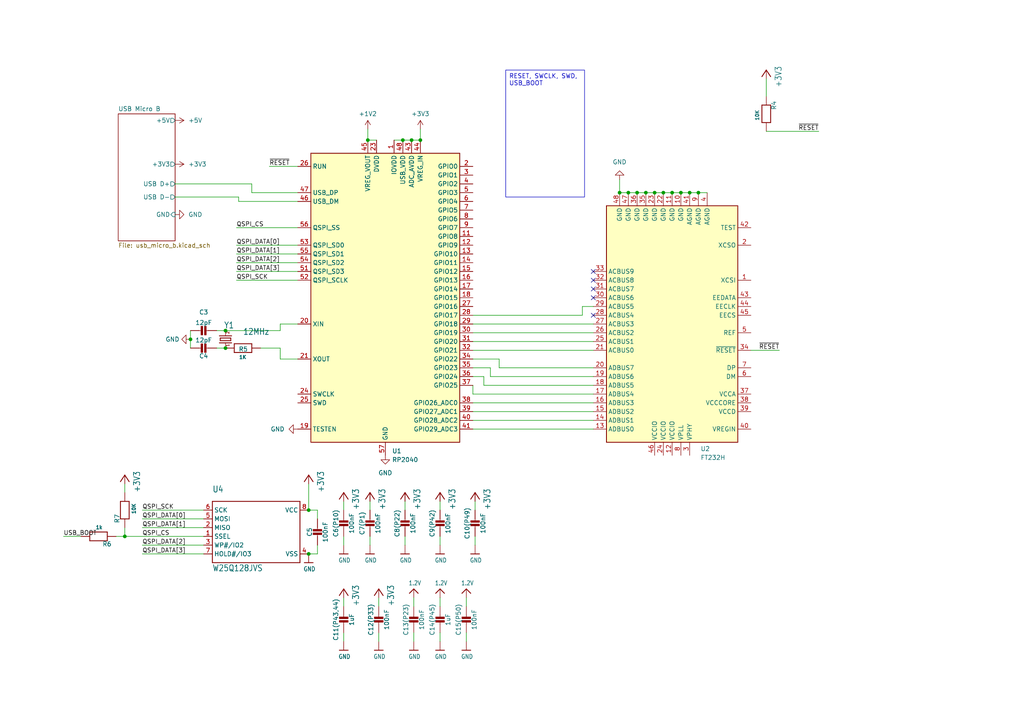
<source format=kicad_sch>
(kicad_sch (version 20230121) (generator eeschema)
  (paper "A4")
  (lib_symbols
    (symbol "Interface_USB:FT232H"
      (property "Reference" "U" (at -19.05 35.56 0))
      (property "Value" "FT232H" (at 12.7 35.56 0))
      (symbol "FT232H_0_1"
        (rectangle (start -19.05 34.29) (end 19.05 -34.29) (stroke (width 0.254)) (fill (type background)))
      )
      (symbol "FT232H_1_1"
        (pin input line (at -22.86 -12.7 0) (length 3.81) (name "XCSI") (number "1"))
        (pin power_in line (at -2.54 -38.1 90) (length 3.81) (name "GND") (number "10"))
        (pin power_in line (at 0 -38.1 90) (length 3.81) (name "GND") (number "11"))
        (pin power_in line (at 0 38.1 270) (length 3.81) (name "VCCIO") (number "12"))
        (pin bidirectional line (at 22.86 30.48 180) (length 3.81) (name "ADBUS0") (number "13"))
        (pin bidirectional line (at 22.86 27.94 180) (length 3.81) (name "ADBUS1") (number "14"))
        (pin bidirectional line (at 22.86 25.4 180) (length 3.81) (name "ADBUS2") (number "15"))
        (pin bidirectional line (at 22.86 22.86 180) (length 3.81) (name "ADBUS3") (number "16"))
        (pin bidirectional line (at 22.86 20.32 180) (length 3.81) (name "ADBUS4") (number "17"))
        (pin bidirectional line (at 22.86 17.78 180) (length 3.81) (name "ADBUS5") (number "18"))
        (pin bidirectional line (at 22.86 15.24 180) (length 3.81) (name "ADBUS6") (number "19"))
        (pin output line (at -22.86 -22.86 0) (length 3.81) (name "XCSO") (number "2"))
        (pin bidirectional line (at 22.86 12.7 180) (length 3.81) (name "ADBUS7") (number "20"))
        (pin bidirectional line (at 22.86 7.62 180) (length 3.81) (name "ACBUS0") (number "21"))
        (pin power_in line (at 2.54 -38.1 90) (length 3.81) (name "GND") (number "22"))
        (pin power_in line (at 5.08 -38.1 90) (length 3.81) (name "GND") (number "23"))
        (pin power_in line (at 2.54 38.1 270) (length 3.81) (name "VCCIO") (number "24"))
        (pin bidirectional line (at 22.86 5.08 180) (length 3.81) (name "ACBUS1") (number "25"))
        (pin bidirectional line (at 22.86 2.54 180) (length 3.81) (name "ACBUS2") (number "26"))
        (pin bidirectional line (at 22.86 0 180) (length 3.81) (name "ACBUS3") (number "27"))
        (pin bidirectional line (at 22.86 -2.54 180) (length 3.81) (name "ACBUS4") (number "28"))
        (pin bidirectional line (at 22.86 -5.08 180) (length 3.81) (name "ACBUS5") (number "29"))
        (pin power_in line (at -5.08 38.1 270) (length 3.81) (name "VPHY") (number "3"))
        (pin bidirectional line (at 22.86 -7.62 180) (length 3.81) (name "ACBUS6") (number "30"))
        (pin bidirectional line (at 22.86 -10.16 180) (length 3.81) (name "ACBUS7") (number "31"))
        (pin bidirectional line (at 22.86 -12.7 180) (length 3.81) (name "ACBUS8") (number "32"))
        (pin bidirectional line (at 22.86 -15.24 180) (length 3.81) (name "ACBUS9") (number "33"))
        (pin input line (at -22.86 7.62 0) (length 3.81) (name "~{RESET}") (number "34"))
        (pin power_in line (at 7.62 -38.1 90) (length 3.81) (name "GND") (number "35"))
        (pin power_in line (at 10.16 -38.1 90) (length 3.81) (name "GND") (number "36"))
        (pin power_out line (at -22.86 20.32 0) (length 3.81) (name "VCCA") (number "37"))
        (pin power_out line (at -22.86 22.86 0) (length 3.81) (name "VCCCORE") (number "38"))
        (pin power_in line (at -22.86 25.4 0) (length 3.81) (name "VCCD") (number "39"))
        (pin power_in line (at -10.16 -38.1 90) (length 3.81) (name "AGND") (number "4"))
        (pin power_in line (at -22.86 30.48 0) (length 3.81) (name "VREGIN") (number "40"))
        (pin power_in line (at -5.08 -38.1 90) (length 3.81) (name "AGND") (number "41"))
        (pin input line (at -22.86 -27.94 0) (length 3.81) (name "TEST") (number "42"))
        (pin bidirectional line (at -22.86 -7.62 0) (length 3.81) (name "EEDATA") (number "43"))
        (pin input line (at -22.86 -5.08 0) (length 3.81) (name "EECLK") (number "44"))
        (pin input line (at -22.86 -2.54 0) (length 3.81) (name "EECS") (number "45"))
        (pin power_in line (at 5.08 38.1 270) (length 3.81) (name "VCCIO") (number "46"))
        (pin power_in line (at 12.7 -38.1 90) (length 3.81) (name "GND") (number "47"))
        (pin power_in line (at 15.24 -38.1 90) (length 3.81) (name "GND") (number "48"))
        (pin input line (at -22.86 2.54 0) (length 3.81) (name "REF") (number "5"))
        (pin bidirectional line (at -22.86 15.24 0) (length 3.81) (name "DM") (number "6"))
        (pin bidirectional line (at -22.86 12.7 0) (length 3.81) (name "DP") (number "7"))
        (pin power_in line (at -2.54 38.1 270) (length 3.81) (name "VPLL") (number "8"))
        (pin power_in line (at -7.62 -38.1 90) (length 3.81) (name "AGND") (number "9"))
      )
    )
    (symbol "MCU_RaspberryPi:RP2040"
      (property "Reference" "U" (at 17.78 45.72 0))
      (property "Value" "RP2040" (at 17.78 43.18 0))
      (symbol "RP2040_0_1"
        (rectangle (start -21.59 41.91) (end 21.59 -41.91) (stroke (width 0.254)) (fill (type background)))
      )
      (symbol "RP2040_1_1"
        (pin power_in line (at 2.54 45.72 270) (length 3.81) (name "IOVDD") (number "1"))
        (pin passive line (at 2.54 45.72 270) (length 3.81) hide (name "IOVDD") (number "10"))
        (pin bidirectional line (at 25.4 17.78 180) (length 3.81) (name "GPIO8") (number "11"))
        (pin bidirectional line (at 25.4 15.24 180) (length 3.81) (name "GPIO9") (number "12"))
        (pin bidirectional line (at 25.4 12.7 180) (length 3.81) (name "GPIO10") (number "13"))
        (pin bidirectional line (at 25.4 10.16 180) (length 3.81) (name "GPIO11") (number "14"))
        (pin bidirectional line (at 25.4 7.62 180) (length 3.81) (name "GPIO12") (number "15"))
        (pin bidirectional line (at 25.4 5.08 180) (length 3.81) (name "GPIO13") (number "16"))
        (pin bidirectional line (at 25.4 2.54 180) (length 3.81) (name "GPIO14") (number "17"))
        (pin bidirectional line (at 25.4 0 180) (length 3.81) (name "GPIO15") (number "18"))
        (pin input line (at -25.4 -38.1 0) (length 3.81) (name "TESTEN") (number "19"))
        (pin bidirectional line (at 25.4 38.1 180) (length 3.81) (name "GPIO0") (number "2"))
        (pin input line (at -25.4 -7.62 0) (length 3.81) (name "XIN") (number "20"))
        (pin passive line (at -25.4 -17.78 0) (length 3.81) (name "XOUT") (number "21"))
        (pin passive line (at 2.54 45.72 270) (length 3.81) hide (name "IOVDD") (number "22"))
        (pin power_in line (at -2.54 45.72 270) (length 3.81) (name "DVDD") (number "23"))
        (pin input line (at -25.4 -27.94 0) (length 3.81) (name "SWCLK") (number "24"))
        (pin bidirectional line (at -25.4 -30.48 0) (length 3.81) (name "SWD") (number "25"))
        (pin input line (at -25.4 38.1 0) (length 3.81) (name "RUN") (number "26"))
        (pin bidirectional line (at 25.4 -2.54 180) (length 3.81) (name "GPIO16") (number "27"))
        (pin bidirectional line (at 25.4 -5.08 180) (length 3.81) (name "GPIO17") (number "28"))
        (pin bidirectional line (at 25.4 -7.62 180) (length 3.81) (name "GPIO18") (number "29"))
        (pin bidirectional line (at 25.4 35.56 180) (length 3.81) (name "GPIO1") (number "3"))
        (pin bidirectional line (at 25.4 -10.16 180) (length 3.81) (name "GPIO19") (number "30"))
        (pin bidirectional line (at 25.4 -12.7 180) (length 3.81) (name "GPIO20") (number "31"))
        (pin bidirectional line (at 25.4 -15.24 180) (length 3.81) (name "GPIO21") (number "32"))
        (pin passive line (at 2.54 45.72 270) (length 3.81) hide (name "IOVDD") (number "33"))
        (pin bidirectional line (at 25.4 -17.78 180) (length 3.81) (name "GPIO22") (number "34"))
        (pin bidirectional line (at 25.4 -20.32 180) (length 3.81) (name "GPIO23") (number "35"))
        (pin bidirectional line (at 25.4 -22.86 180) (length 3.81) (name "GPIO24") (number "36"))
        (pin bidirectional line (at 25.4 -25.4 180) (length 3.81) (name "GPIO25") (number "37"))
        (pin bidirectional line (at 25.4 -30.48 180) (length 3.81) (name "GPIO26_ADC0") (number "38"))
        (pin bidirectional line (at 25.4 -33.02 180) (length 3.81) (name "GPIO27_ADC1") (number "39"))
        (pin bidirectional line (at 25.4 33.02 180) (length 3.81) (name "GPIO2") (number "4"))
        (pin bidirectional line (at 25.4 -35.56 180) (length 3.81) (name "GPIO28_ADC2") (number "40"))
        (pin bidirectional line (at 25.4 -38.1 180) (length 3.81) (name "GPIO29_ADC3") (number "41"))
        (pin passive line (at 2.54 45.72 270) (length 3.81) hide (name "IOVDD") (number "42"))
        (pin power_in line (at 7.62 45.72 270) (length 3.81) (name "ADC_AVDD") (number "43"))
        (pin power_in line (at 10.16 45.72 270) (length 3.81) (name "VREG_IN") (number "44"))
        (pin power_out line (at -5.08 45.72 270) (length 3.81) (name "VREG_VOUT") (number "45"))
        (pin bidirectional line (at -25.4 27.94 0) (length 3.81) (name "USB_DM") (number "46"))
        (pin bidirectional line (at -25.4 30.48 0) (length 3.81) (name "USB_DP") (number "47"))
        (pin power_in line (at 5.08 45.72 270) (length 3.81) (name "USB_VDD") (number "48"))
        (pin passive line (at 2.54 45.72 270) (length 3.81) hide (name "IOVDD") (number "49"))
        (pin bidirectional line (at 25.4 30.48 180) (length 3.81) (name "GPIO3") (number "5"))
        (pin passive line (at -2.54 45.72 270) (length 3.81) hide (name "DVDD") (number "50"))
        (pin bidirectional line (at -25.4 7.62 0) (length 3.81) (name "QSPI_SD3") (number "51"))
        (pin output line (at -25.4 5.08 0) (length 3.81) (name "QSPI_SCLK") (number "52"))
        (pin bidirectional line (at -25.4 15.24 0) (length 3.81) (name "QSPI_SD0") (number "53"))
        (pin bidirectional line (at -25.4 10.16 0) (length 3.81) (name "QSPI_SD2") (number "54"))
        (pin bidirectional line (at -25.4 12.7 0) (length 3.81) (name "QSPI_SD1") (number "55"))
        (pin bidirectional line (at -25.4 20.32 0) (length 3.81) (name "QSPI_SS") (number "56"))
        (pin power_in line (at 0 -45.72 90) (length 3.81) (name "GND") (number "57"))
        (pin bidirectional line (at 25.4 27.94 180) (length 3.81) (name "GPIO4") (number "6"))
        (pin bidirectional line (at 25.4 25.4 180) (length 3.81) (name "GPIO5") (number "7"))
        (pin bidirectional line (at 25.4 22.86 180) (length 3.81) (name "GPIO6") (number "8"))
        (pin bidirectional line (at 25.4 20.32 180) (length 3.81) (name "GPIO7") (number "9"))
      )
    )
    (symbol "RP2040Breakout-eagle-import:+3V3" (power)
      (property "Value" "+3V3" (at -2.54 -5.08 90))
      (symbol "+3V3_1_0"
        (polyline (pts (xy 0 0) (xy -1.27 -1.905)) (stroke (width 0.254)))
        (polyline (pts (xy 1.27 -1.905) (xy 0 0)) (stroke (width 0.254)))
        (pin power_in line (at 0 -2.54 90) (length 2.54) (name "+3V3") (number "1"))
      )
    )
    (symbol "RP2040Breakout-eagle-import:1.2V" (power)
      (property "Value" "1.2V" (at -1.524 1.016 0))
      (symbol "1.2V_1_0"
        (polyline (pts (xy -1.27 -1.27) (xy 0 0)) (stroke (width 0.254)))
        (polyline (pts (xy 0 0) (xy 1.27 -1.27)) (stroke (width 0.254)))
        (pin power_in line (at 0 -2.54 90) (length 2.54) (name "1.2V") (number "1"))
      )
    )
    (symbol "RP2040Breakout-eagle-import:CAP_CERAMIC_0402NO"
      (property "Reference" "C" (at -2.29 1.25 90))
      (symbol "CAP_CERAMIC_0402NO_1_0"
        (rectangle (start -1.27 0.508) (end 1.27 1.016) (fill (type outline)))
        (rectangle (start -1.27 1.524) (end 1.27 2.032) (fill (type outline)))
        (polyline (pts (xy 0 0.762) (xy 0 0)) (stroke (width 0.1524)))
        (polyline (pts (xy 0 2.54) (xy 0 1.778)) (stroke (width 0.1524)))
        (pin passive line (at 0 5.08 270) (length 2.54) (name "1") (number "1"))
        (pin passive line (at 0 -2.54 90) (length 2.54) (name "2") (number "2"))
      )
    )
    (symbol "RP2040Breakout-eagle-import:CRYSTALCRYSTAL-SMD-5X3-12MHZ"
      (property "Reference" "Y" (at 2.54 1.016 0))
      (symbol "CRYSTALCRYSTAL-SMD-5X3-12MHZ_1_0"
        (polyline (pts (xy -2.54 0) (xy -1.016 0)) (stroke (width 0.1524)))
        (polyline (pts (xy -1.016 1.778) (xy -1.016 -1.778)) (stroke (width 0.254)))
        (polyline (pts (xy -0.381 -1.524) (xy 0.381 -1.524)) (stroke (width 0.254)))
        (polyline (pts (xy -0.381 1.524) (xy -0.381 -1.524)) (stroke (width 0.254)))
        (polyline (pts (xy 0.381 -1.524) (xy 0.381 1.524)) (stroke (width 0.254)))
        (polyline (pts (xy 0.381 1.524) (xy -0.381 1.524)) (stroke (width 0.254)))
        (polyline (pts (xy 1.016 0) (xy 2.54 0)) (stroke (width 0.1524)))
        (polyline (pts (xy 1.016 1.778) (xy 1.016 -1.778)) (stroke (width 0.254)))
        (text "1" (at -2.159 -1.143 0) (effects (font (size 0.8636 0.734)) (justify left bottom)))
        (text "2" (at 1.524 -1.143 0) (effects (font (size 0.8636 0.734)) (justify left bottom)))
        (pin passive line (at -2.54 0 0) (length 0) (name "1") (number "1"))
        (pin passive line (at 2.54 0 180) (length 0) (name "2") (number "3"))
      )
    )
    (symbol "RP2040Breakout-eagle-import:GND" (power)
      (property "Value" "GND" (at -1.524 -2.54 0))
      (symbol "GND_1_0"
        (polyline (pts (xy -1.27 0) (xy 1.27 0)) (stroke (width 0.254)))
        (pin power_in line (at 0 2.54 270) (length 2.54) (name "GND") (number "1"))
      )
    )
    (symbol "RP2040Breakout-eagle-import:RESISTOR_0402NO"
      (property "Reference" "R" (at 0 2.54 0))
      (symbol "RESISTOR_0402NO_1_0"
        (polyline (pts (xy -2.54 -1.27) (xy -2.54 1.27)) (stroke (width 0.254)))
        (polyline (pts (xy -2.54 1.27) (xy 2.54 1.27)) (stroke (width 0.254)))
        (polyline (pts (xy 2.54 -1.27) (xy -2.54 -1.27)) (stroke (width 0.254)))
        (polyline (pts (xy 2.54 1.27) (xy 2.54 -1.27)) (stroke (width 0.254)))
        (pin passive line (at -5.08 0 0) (length 2.54) (name "1") (number "1"))
        (pin passive line (at 5.08 0 180) (length 2.54) (name "2") (number "2"))
      )
    )
    (symbol "RP2040Breakout-eagle-import:SPIFLASH_8PIN208MIL"
      (property "Reference" "U" (at -12.7 12.7 0))
      (symbol "SPIFLASH_8PIN208MIL_1_0"
        (polyline (pts (xy -12.7 -7.62) (xy -12.7 10.16)) (stroke (width 0.254)))
        (polyline (pts (xy -12.7 10.16) (xy 12.7 10.16)) (stroke (width 0.254)))
        (polyline (pts (xy 12.7 -7.62) (xy -12.7 -7.62)) (stroke (width 0.254)))
        (polyline (pts (xy 12.7 10.16) (xy 12.7 -7.62)) (stroke (width 0.254)))
        (pin bidirectional line (at -15.24 0 0) (length 2.54) (name "SSEL") (number "1"))
        (pin bidirectional line (at -15.24 2.54 0) (length 2.54) (name "MISO") (number "2"))
        (pin bidirectional line (at -15.24 -2.54 0) (length 2.54) (name "WP#/IO2") (number "3"))
        (pin bidirectional line (at 15.24 -5.08 180) (length 2.54) (name "VSS") (number "4"))
        (pin bidirectional line (at -15.24 5.08 0) (length 2.54) (name "MOSI") (number "5"))
        (pin bidirectional line (at -15.24 7.62 0) (length 2.54) (name "SCK") (number "6"))
        (pin bidirectional line (at -15.24 -5.08 0) (length 2.54) (name "HOLD#/IO3") (number "7"))
        (pin bidirectional line (at 15.24 7.62 180) (length 2.54) (name "VCC") (number "8"))
      )
    )
    (symbol "power:+1V2" (power) (pin_names (offset 0))
      (property "Value" "+1V2" (at 0 3.556 0))
      (symbol "+1V2_0_1"
        (polyline (pts (xy -0.762 1.27) (xy 0 2.54)))
        (polyline (pts (xy 0 0) (xy 0 2.54)))
        (polyline (pts (xy 0 2.54) (xy 0.762 1.27)))
      )
      (symbol "+1V2_1_1"
        (pin power_in line (at 0 0 90) (length 0) hide (name "+1V2") (number "1"))
      )
    )
    (symbol "power:+3V3" (power) (pin_names (offset 0))
      (property "Value" "+3V3" (at 0 3.556 0))
      (symbol "+3V3_0_1"
        (polyline (pts (xy -0.762 1.27) (xy 0 2.54)))
        (polyline (pts (xy 0 0) (xy 0 2.54)))
        (polyline (pts (xy 0 2.54) (xy 0.762 1.27)))
      )
      (symbol "+3V3_1_1"
        (pin power_in line (at 0 0 90) (length 0) hide (name "+3V3") (number "1"))
      )
    )
    (symbol "power:+5V" (power) (pin_names (offset 0))
      (property "Value" "+5V" (at 0 3.556 0))
      (symbol "+5V_0_1"
        (polyline (pts (xy -0.762 1.27) (xy 0 2.54)))
        (polyline (pts (xy 0 0) (xy 0 2.54)))
        (polyline (pts (xy 0 2.54) (xy 0.762 1.27)))
      )
      (symbol "+5V_1_1"
        (pin power_in line (at 0 0 90) (length 0) hide (name "+5V") (number "1"))
      )
    )
    (symbol "power:GND" (power) (pin_names (offset 0))
      (property "Value" "GND" (at 0 -3.81 0))
      (symbol "GND_0_1"
        (polyline (pts (xy 0 0) (xy 0 -1.27) (xy 1.27 -1.27) (xy 0 -2.54) (xy -1.27 -1.27) (xy 0 -1.27)))
      )
      (symbol "GND_1_1"
        (pin power_in line (at 0 0 270) (length 0) hide (name "GND") (number "1"))
      )
    )
  )
  (junction (at 36.195 155.575))
  (junction (at 116.84 40.64))
  (junction (at 200.025 55.88))
  (junction (at 192.405 55.88))
  (junction (at 187.325 55.88))
  (junction (at 89.535 160.655))
  (junction (at 89.535 147.955))
  (junction (at 202.565 55.88))
  (junction (at 182.245 55.88))
  (junction (at 189.865 55.88))
  (junction (at 65.405 95.885))
  (junction (at 121.92 40.64))
  (junction (at 197.485 55.88))
  (junction (at 194.945 55.88))
  (junction (at 179.705 55.88))
  (junction (at 106.68 40.64))
  (junction (at 184.785 55.88))
  (junction (at 65.405 100.965))
  (junction (at 55.245 98.425))
  (junction (at 119.38 40.64))
  (no_connect (at 172.085 81.28))
  (no_connect (at 172.085 91.44))
  (no_connect (at 172.085 86.36))
  (no_connect (at 172.085 78.74))
  (no_connect (at 172.085 83.82))
  (wire (pts (xy 200.025 55.88) (xy 202.565 55.88)))
  (wire (pts (xy 137.795 145.415) (xy 137.795 147.955)) (stroke (width 0.1524)))
  (wire (pts (xy 121.92 37.465) (xy 121.92 40.64)))
  (wire (pts (xy 135.255 173.355) (xy 135.255 175.895)) (stroke (width 0.1524)))
  (wire (pts (xy 137.16 119.38) (xy 172.085 119.38)))
  (wire (pts (xy 99.695 145.415) (xy 99.695 147.955)) (stroke (width 0.1524)))
  (wire (pts (xy 179.705 55.88) (xy 182.245 55.88)))
  (wire (pts (xy 59.055 153.035) (xy 41.275 153.035)) (stroke (width 0.1524)))
  (wire (pts (xy 142.24 106.68) (xy 142.24 109.22)))
  (wire (pts (xy 73.025 53.34) (xy 73.025 55.88)))
  (wire (pts (xy 106.68 37.465) (xy 106.68 40.64)))
  (wire (pts (xy 36.195 155.575) (xy 59.055 155.575)) (stroke (width 0.1524)))
  (wire (pts (xy 137.16 93.98) (xy 172.085 93.98)))
  (wire (pts (xy 68.58 73.66) (xy 86.36 73.66)) (stroke (width 0.1524)))
  (wire (pts (xy 114.3 40.64) (xy 116.84 40.64)))
  (wire (pts (xy 92.075 147.955) (xy 92.075 150.495)) (stroke (width 0.1524)))
  (wire (pts (xy 120.015 173.355) (xy 120.015 175.895)) (stroke (width 0.1524)))
  (wire (pts (xy 36.195 140.335) (xy 36.195 142.875)) (stroke (width 0.1524)))
  (wire (pts (xy 50.8 57.15) (xy 69.215 57.15)))
  (wire (pts (xy 137.16 101.6) (xy 172.085 101.6)))
  (wire (pts (xy 120.015 183.515) (xy 120.015 186.055)) (stroke (width 0.1524)))
  (wire (pts (xy 187.325 55.88) (xy 189.865 55.88)))
  (wire (pts (xy 116.84 40.64) (xy 119.38 40.64)))
  (wire (pts (xy 92.075 158.115) (xy 92.075 160.655)) (stroke (width 0.1524)))
  (wire (pts (xy 142.24 109.22) (xy 172.085 109.22)))
  (wire (pts (xy 137.16 96.52) (xy 172.085 96.52)))
  (wire (pts (xy 222.25 22.86) (xy 222.25 27.94)) (stroke (width 0.1524)))
  (wire (pts (xy 89.535 147.955) (xy 92.075 147.955)) (stroke (width 0.1524)))
  (wire (pts (xy 137.795 155.575) (xy 137.795 158.115)) (stroke (width 0.1524)))
  (wire (pts (xy 168.91 88.9) (xy 168.91 91.44)))
  (wire (pts (xy 137.16 114.3) (xy 172.085 114.3)))
  (wire (pts (xy 127.635 173.355) (xy 127.635 175.895)) (stroke (width 0.1524)))
  (wire (pts (xy 89.535 140.335) (xy 89.535 147.955)) (stroke (width 0.1524)))
  (wire (pts (xy 23.495 155.575) (xy 18.415 155.575)) (stroke (width 0.1524)))
  (wire (pts (xy 68.58 66.04) (xy 86.36 66.04)))
  (wire (pts (xy 137.16 106.68) (xy 142.24 106.68)))
  (wire (pts (xy 62.865 100.965) (xy 65.405 100.965)) (stroke (width 0.1524)))
  (wire (pts (xy 179.705 52.07) (xy 179.705 55.88)))
  (wire (pts (xy 65.405 95.885) (xy 81.28 95.885)))
  (wire (pts (xy 55.245 95.885) (xy 55.245 98.425)) (stroke (width 0.1524)))
  (wire (pts (xy 81.28 95.885) (xy 81.28 93.98)))
  (wire (pts (xy 68.58 78.74) (xy 86.36 78.74)) (stroke (width 0.1524)))
  (wire (pts (xy 109.855 183.515) (xy 109.855 186.055)) (stroke (width 0.1524)))
  (wire (pts (xy 81.28 93.98) (xy 86.36 93.98)))
  (wire (pts (xy 75.565 100.965) (xy 81.28 100.965)))
  (wire (pts (xy 55.245 98.425) (xy 55.245 100.965)) (stroke (width 0.1524)))
  (wire (pts (xy 137.16 104.14) (xy 144.78 104.14)))
  (wire (pts (xy 68.58 71.12) (xy 86.36 71.12)) (stroke (width 0.1524)))
  (wire (pts (xy 117.475 145.415) (xy 117.475 147.955)) (stroke (width 0.1524)))
  (wire (pts (xy 41.275 150.495) (xy 59.055 150.495)) (stroke (width 0.1524)))
  (wire (pts (xy 99.695 173.355) (xy 99.695 175.895)) (stroke (width 0.1524)))
  (wire (pts (xy 172.085 88.9) (xy 168.91 88.9)))
  (wire (pts (xy 86.36 48.26) (xy 78.105 48.26)))
  (wire (pts (xy 50.8 53.34) (xy 73.025 53.34)))
  (wire (pts (xy 59.055 147.955) (xy 41.275 147.955)) (stroke (width 0.1524)))
  (wire (pts (xy 137.16 124.46) (xy 172.085 124.46)))
  (wire (pts (xy 33.655 155.575) (xy 36.195 155.575)) (stroke (width 0.1524)))
  (wire (pts (xy 202.565 55.88) (xy 205.105 55.88)))
  (wire (pts (xy 69.215 57.15) (xy 69.215 58.42)))
  (wire (pts (xy 119.38 40.64) (xy 121.92 40.64)))
  (wire (pts (xy 92.075 160.655) (xy 89.535 160.655)) (stroke (width 0.1524)))
  (wire (pts (xy 99.695 183.515) (xy 99.695 186.055)) (stroke (width 0.1524)))
  (wire (pts (xy 41.275 160.655) (xy 59.055 160.655)) (stroke (width 0.1524)))
  (wire (pts (xy 144.78 104.14) (xy 144.78 106.68)))
  (wire (pts (xy 137.16 109.22) (xy 140.335 109.22)))
  (wire (pts (xy 192.405 55.88) (xy 194.945 55.88)))
  (wire (pts (xy 168.91 91.44) (xy 137.16 91.44)))
  (wire (pts (xy 127.635 183.515) (xy 127.635 186.055)) (stroke (width 0.1524)))
  (wire (pts (xy 217.805 101.6) (xy 226.06 101.6)))
  (wire (pts (xy 189.865 55.88) (xy 192.405 55.88)))
  (wire (pts (xy 68.58 76.2) (xy 86.36 76.2)) (stroke (width 0.1524)))
  (wire (pts (xy 222.25 38.1) (xy 237.49 38.1)))
  (wire (pts (xy 59.055 158.115) (xy 41.275 158.115)) (stroke (width 0.1524)))
  (wire (pts (xy 73.025 55.88) (xy 86.36 55.88)))
  (wire (pts (xy 140.335 109.22) (xy 140.335 111.76)))
  (wire (pts (xy 137.16 116.84) (xy 172.085 116.84)))
  (wire (pts (xy 117.475 155.575) (xy 117.475 158.115)) (stroke (width 0.1524)))
  (wire (pts (xy 81.28 104.14) (xy 86.36 104.14)))
  (wire (pts (xy 127.635 145.415) (xy 127.635 147.955)) (stroke (width 0.1524)))
  (wire (pts (xy 194.945 55.88) (xy 197.485 55.88)))
  (wire (pts (xy 144.78 106.68) (xy 172.085 106.68)))
  (wire (pts (xy 127.635 155.575) (xy 127.635 158.115)) (stroke (width 0.1524)))
  (wire (pts (xy 106.68 40.64) (xy 109.22 40.64)))
  (wire (pts (xy 109.855 173.355) (xy 109.855 175.895)) (stroke (width 0.1524)))
  (wire (pts (xy 36.195 153.035) (xy 36.195 155.575)) (stroke (width 0.1524)))
  (wire (pts (xy 107.315 145.415) (xy 107.315 147.955)) (stroke (width 0.1524)))
  (wire (pts (xy 137.16 99.06) (xy 172.085 99.06)))
  (wire (pts (xy 68.58 81.28) (xy 86.36 81.28)))
  (wire (pts (xy 81.28 100.965) (xy 81.28 104.14)))
  (wire (pts (xy 184.785 55.88) (xy 187.325 55.88)))
  (wire (pts (xy 107.315 155.575) (xy 107.315 158.115)) (stroke (width 0.1524)))
  (wire (pts (xy 182.245 55.88) (xy 184.785 55.88)))
  (wire (pts (xy 135.255 183.515) (xy 135.255 186.055)) (stroke (width 0.1524)))
  (wire (pts (xy 137.16 111.76) (xy 137.16 114.3)))
  (wire (pts (xy 99.695 155.575) (xy 99.695 158.115)) (stroke (width 0.1524)))
  (wire (pts (xy 197.485 55.88) (xy 200.025 55.88)))
  (wire (pts (xy 69.215 58.42) (xy 86.36 58.42)))
  (wire (pts (xy 65.405 95.885) (xy 62.865 95.885)) (stroke (width 0.1524)))
  (wire (pts (xy 140.335 111.76) (xy 172.085 111.76)))
  (wire (pts (xy 137.16 121.92) (xy 172.085 121.92)))
  (text_box "RESET, SWCLK, SWD, USB_BOOT" (at 146.685 20.32 0) (size 22.86 36.83) (effects (font (size 1.27 1.27)) (justify left top)))
  (label "QSPI_DATA[2]" (at 41.275 158.115 0) (effects (font (size 1.2446 1.2446))))
  (label "~{RESET}" (at 226.06 101.6 180))
  (label "QSPI_DATA[0]" (at 68.58 71.12 0) (effects (font (size 1.2446 1.2446))))
  (label "QSPI_DATA[1]" (at 41.275 153.035 0) (effects (font (size 1.2446 1.2446))))
  (label "QSPI_DATA[1]" (at 68.58 73.66 0) (effects (font (size 1.2446 1.2446))))
  (label "~{RESET}" (at 78.105 48.26 0))
  (label "QSPI_SCK" (at 68.58 81.28 0) (effects (font (size 1.2446 1.2446))))
  (label "QSPI_CS" (at 68.58 66.04 0) (effects (font (size 1.2446 1.2446))))
  (label "QSPI_DATA[0]" (at 41.275 150.495 0) (effects (font (size 1.2446 1.2446))))
  (label "QSPI_DATA[3]" (at 41.275 160.655 0) (effects (font (size 1.2446 1.2446))))
  (label "QSPI_DATA[3]" (at 68.58 78.74 0) (effects (font (size 1.2446 1.2446))))
  (label "QSPI_SCK" (at 41.275 147.955 0) (effects (font (size 1.2446 1.2446))))
  (label "QSPI_CS" (at 41.275 155.575 0) (effects (font (size 1.2446 1.2446))))
  (label "~{RESET}" (at 237.49 38.1 180))
  (label "QSPI_DATA[2]" (at 68.58 76.2 0) (effects (font (size 1.2446 1.2446))))
  (label "USB_BOOT" (at 18.415 155.575 0) (effects (font (size 1.2446 1.2446))))
  (symbol (lib_id "RP2040Breakout-eagle-import:1.2V") (at 135.255 170.815 0) (unit 1)
    (property "Reference" "#U$013" (effects hide))
    (property "Value" "1.2V" (at 133.731 169.799 0) (effects (font (size 1.27 1.0795)) (justify left bottom)))
  )
  (symbol (lib_id "power:GND") (at 111.76 132.08 0) (unit 1)
    (property "Reference" "#PWR04" (effects hide))
    (property "Value" "GND" (at 111.76 137.16 0))
  )
  (symbol (lib_id "RP2040Breakout-eagle-import:GND") (at 109.855 188.595 0) (unit 1)
    (property "Reference" "#U$08" (effects hide))
    (property "Value" "GND" (at 108.331 191.135 0) (effects (font (size 1.27 1.0795)) (justify left bottom)))
  )
  (symbol (lib_id "RP2040Breakout-eagle-import:GND") (at 117.475 160.655 0) (unit 1)
    (property "Reference" "#U$04" (effects hide))
    (property "Value" "GND" (at 115.951 163.195 0) (effects (font (size 1.27 1.0795)) (justify left bottom)))
  )
  (symbol (lib_id "RP2040Breakout-eagle-import:CAP_CERAMIC_0402NO") (at 60.325 100.965 90) (unit 1)
    (property "Reference" "C4" (at 59.075 103.255 90))
    (property "Value" "12pF" (at 59.075 98.665 90))
    (property "Footprint" "RP2040Breakout:_0402NO" (effects hide))
    (property "MFR" "CC0402FRNPO9BN120" (effects hide))
    (property "LCSC" "C326662" (effects hide))
  )
  (symbol (lib_id "RP2040Breakout-eagle-import:RESISTOR_0402NO") (at 70.485 100.965 0) (unit 1)
    (property "Reference" "R5" (at 69.215 102.0064 0) (effects (justify left bottom)))
    (property "Value" "1K" (at 69.215 104.267 0) (effects (font (size 1.016 1.016) bold) (justify left bottom)))
    (property "Footprint" "RP2040Breakout:_0402NO" (effects hide))
    (property "MFR" "RC-02K102JT" (effects hide))
    (property "LCSC" "C140196" (effects hide))
  )
  (symbol (lib_id "RP2040Breakout-eagle-import:CAP_CERAMIC_0402NO") (at 107.315 153.035 0) (unit 1)
    (property "Reference" "C7(P1)" (at 105.025 151.785 90))
    (property "Value" "100nF" (at 109.615 151.785 90))
    (property "Footprint" "RP2040Breakout:_0402NO" (effects hide))
    (property "MFR" "CL05B104KO5NNNC" (effects hide))
    (property "LCSC" "C1525" (effects hide))
  )
  (symbol (lib_id "RP2040Breakout-eagle-import:+3V3") (at 222.25 20.32 0) (mirror y) (unit 1)
    (property "Reference" "#+3V010" (effects hide))
    (property "Value" "+3V3" (at 224.79 25.4 90) (effects (font (size 1.778 1.5113)) (justify left bottom)))
  )
  (symbol (lib_id "RP2040Breakout-eagle-import:CAP_CERAMIC_0402NO") (at 137.795 153.035 0) (unit 1)
    (property "Reference" "C10(P49)" (at 135.505 151.785 90))
    (property "Value" "100nF" (at 140.095 151.785 90))
    (property "Footprint" "RP2040Breakout:_0402NO" (effects hide))
    (property "MFR" "CL05B104KO5NNNC" (effects hide))
    (property "LCSC" "C1525" (effects hide))
  )
  (symbol (lib_id "RP2040Breakout-eagle-import:RESISTOR_0402NO") (at 36.195 147.955 90) (unit 1)
    (property "Reference" "R7" (at 34.6964 151.765 0) (effects (justify left bottom)))
    (property "Value" "10K" (at 39.497 149.225 0) (effects (font (size 1.016 1.016) bold) (justify left bottom)))
    (property "Footprint" "RP2040Breakout:_0402NO" (effects hide))
    (property "MFR" "RC0402FR-0710KL" (effects hide))
    (property "LCSC" "C60490" (effects hide))
  )
  (symbol (lib_id "power:GND") (at 55.245 98.425 270) (unit 1)
    (property "Reference" "#PWR06" (effects hide))
    (property "Value" "GND" (at 52.07 98.425 90) (effects (justify right)))
  )
  (symbol (lib_id "RP2040Breakout-eagle-import:RESISTOR_0402NO") (at 222.25 33.02 270) (unit 1)
    (property "Reference" "R4" (at 223.7486 29.21 0) (effects (justify left bottom)))
    (property "Value" "10K" (at 218.948 31.75 0) (effects (font (size 1.016 1.016) bold) (justify left bottom)))
    (property "Footprint" "RP2040Breakout:_0402NO" (effects hide))
    (property "MFR" "RC0402FR-0710KL" (effects hide))
    (property "LCSC" "C60490" (effects hide))
  )
  (symbol (lib_id "RP2040Breakout-eagle-import:CAP_CERAMIC_0402NO") (at 99.695 180.975 0) (unit 1)
    (property "Reference" "C11(P43,44)" (at 97.405 179.725 90))
    (property "Value" "1uF" (at 101.995 179.725 90))
    (property "Footprint" "RP2040Breakout:_0402NO" (effects hide))
    (property "MFR" "CL05A105KP5NNNC" (effects hide))
    (property "LCSC" "C14445" (effects hide))
  )
  (symbol (lib_id "power:+3V3") (at 50.8 47.625 270) (unit 1)
    (property "Reference" "#PWR03" (effects hide))
    (property "Value" "+3V3" (at 54.61 47.625 90) (effects (justify left)))
  )
  (symbol (lib_id "RP2040Breakout-eagle-import:+3V3") (at 99.695 170.815 0) (mirror y) (unit 1)
    (property "Reference" "#+3V08" (effects hide))
    (property "Value" "+3V3" (at 102.235 175.895 90) (effects (font (size 1.778 1.5113)) (justify left bottom)))
  )
  (symbol (lib_id "power:+5V") (at 50.8 34.925 270) (unit 1)
    (property "Reference" "#PWR02" (effects hide))
    (property "Value" "+5V" (at 54.61 34.925 90) (effects (justify left)))
  )
  (symbol (lib_id "RP2040Breakout-eagle-import:SPIFLASH_8PIN208MIL") (at 74.295 155.575 0) (unit 1)
    (property "Reference" "U4" (at 61.595 142.875 0) (effects (font (size 1.778 1.5113)) (justify left bottom)))
    (property "Value" "W25Q128JVS" (at 61.595 165.735 0) (effects (font (size 1.778 1.5113)) (justify left bottom)))
    (property "Footprint" "RP2040Breakout:SOIC8_208MIL" (effects hide))
    (property "MFR" "W25Q128JVSIQ" (effects hide))
    (property "LCSC" "C97521" (effects hide))
  )
  (symbol (lib_id "RP2040Breakout-eagle-import:1.2V") (at 120.015 170.815 0) (unit 1)
    (property "Reference" "#U$09" (effects hide))
    (property "Value" "1.2V" (at 118.491 169.799 0) (effects (font (size 1.27 1.0795)) (justify left bottom)))
  )
  (symbol (lib_id "RP2040Breakout-eagle-import:CRYSTALCRYSTAL-SMD-5X3-12MHZ") (at 65.405 98.425 90) (unit 1)
    (property "Reference" "Y1" (at 67.945 93.345 90) (effects (font (size 1.778 1.5113)) (justify left bottom)))
    (property "Value" "12MHz" (at 70.485 97.155 90) (effects (font (size 1.778 1.5113)) (justify right top)))
    (property "Footprint" "RP2040Breakout:CRYSTAL-SMD-5X3" (effects hide))
    (property "MFR" "TAXM12M4QLDBET2T" (effects hide))
    (property "LCSC" "C362359" (effects hide))
  )
  (symbol (lib_id "RP2040Breakout-eagle-import:+3V3") (at 89.535 137.795 0) (mirror y) (unit 1)
    (property "Reference" "#+3V02" (effects hide))
    (property "Value" "+3V3" (at 92.075 142.875 90) (effects (font (size 1.778 1.5113)) (justify left bottom)))
  )
  (symbol (lib_id "RP2040Breakout-eagle-import:CAP_CERAMIC_0402NO") (at 135.255 180.975 0) (unit 1)
    (property "Reference" "C15(P50)" (at 132.965 179.725 90))
    (property "Value" "100nF" (at 137.555 179.725 90))
    (property "Footprint" "RP2040Breakout:_0402NO" (effects hide))
    (property "MFR" "CL05B104KO5NNNC" (effects hide))
    (property "LCSC" "C1525" (effects hide))
  )
  (symbol (lib_id "RP2040Breakout-eagle-import:CAP_CERAMIC_0402NO") (at 117.475 153.035 0) (unit 1)
    (property "Reference" "C8(P22)" (at 115.185 151.785 90))
    (property "Value" "100nF" (at 119.775 151.785 90))
    (property "Footprint" "RP2040Breakout:_0402NO" (effects hide))
    (property "MFR" "CL05B104KO5NNNC" (effects hide))
    (property "LCSC" "C1525" (effects hide))
  )
  (symbol (lib_id "RP2040Breakout-eagle-import:+3V3") (at 137.795 142.875 0) (mirror y) (unit 1)
    (property "Reference" "#+3V07" (effects hide))
    (property "Value" "+3V3" (at 140.335 147.955 90) (effects (font (size 1.778 1.5113)) (justify left bottom)))
  )
  (symbol (lib_id "RP2040Breakout-eagle-import:GND") (at 89.535 163.195 0) (unit 1)
    (property "Reference" "#U$01" (effects hide))
    (property "Value" "GND" (at 88.011 165.735 0) (effects (font (size 1.27 1.0795)) (justify left bottom)))
  )
  (symbol (lib_id "RP2040Breakout-eagle-import:GND") (at 127.635 188.595 0) (unit 1)
    (property "Reference" "#U$012" (effects hide))
    (property "Value" "GND" (at 126.111 191.135 0) (effects (font (size 1.27 1.0795)) (justify left bottom)))
  )
  (symbol (lib_id "RP2040Breakout-eagle-import:CAP_CERAMIC_0402NO") (at 120.015 180.975 0) (unit 1)
    (property "Reference" "C13(P23)" (at 117.725 179.725 90))
    (property "Value" "100nF" (at 122.315 179.725 90))
    (property "Footprint" "RP2040Breakout:_0402NO" (effects hide))
    (property "MFR" "CL05B104KO5NNNC" (effects hide))
    (property "LCSC" "C1525" (effects hide))
  )
  (symbol (lib_id "RP2040Breakout-eagle-import:+3V3") (at 99.695 142.875 0) (mirror y) (unit 1)
    (property "Reference" "#+3V03" (effects hide))
    (property "Value" "+3V3" (at 102.235 147.955 90) (effects (font (size 1.778 1.5113)) (justify left bottom)))
  )
  (symbol (lib_id "RP2040Breakout-eagle-import:+3V3") (at 36.195 137.795 0) (mirror y) (unit 1)
    (property "Reference" "#+3V01" (effects hide))
    (property "Value" "+3V3" (at 38.735 142.875 90) (effects (font (size 1.778 1.5113)) (justify left bottom)))
  )
  (symbol (lib_id "RP2040Breakout-eagle-import:CAP_CERAMIC_0402NO") (at 92.075 155.575 0) (unit 1)
    (property "Reference" "C5" (at 89.785 154.325 90))
    (property "Value" "100nF" (at 94.375 154.325 90))
    (property "Footprint" "RP2040Breakout:_0402NO" (effects hide))
    (property "MFR" "CL05B104KO5NNNC" (effects hide))
    (property "LCSC" "C1525" (effects hide))
  )
  (symbol (lib_id "RP2040Breakout-eagle-import:GND") (at 135.255 188.595 0) (unit 1)
    (property "Reference" "#U$014" (effects hide))
    (property "Value" "GND" (at 133.731 191.135 0) (effects (font (size 1.27 1.0795)) (justify left bottom)))
  )
  (symbol (lib_id "RP2040Breakout-eagle-import:+3V3") (at 117.475 142.875 0) (mirror y) (unit 1)
    (property "Reference" "#+3V05" (effects hide))
    (property "Value" "+3V3" (at 120.015 147.955 90) (effects (font (size 1.778 1.5113)) (justify left bottom)))
  )
  (symbol (lib_id "RP2040Breakout-eagle-import:GND") (at 99.695 188.595 0) (unit 1)
    (property "Reference" "#U$07" (effects hide))
    (property "Value" "GND" (at 98.171 191.135 0) (effects (font (size 1.27 1.0795)) (justify left bottom)))
  )
  (symbol (lib_id "RP2040Breakout-eagle-import:CAP_CERAMIC_0402NO") (at 99.695 153.035 0) (unit 1)
    (property "Reference" "C6(P10)" (at 97.405 151.785 90))
    (property "Value" "100nF" (at 101.995 151.785 90))
    (property "Footprint" "RP2040Breakout:_0402NO" (effects hide))
    (property "MFR" "CL05B104KO5NNNC" (effects hide))
    (property "LCSC" "C1525" (effects hide))
  )
  (symbol (lib_id "RP2040Breakout-eagle-import:GND") (at 99.695 160.655 0) (unit 1)
    (property "Reference" "#U$02" (effects hide))
    (property "Value" "GND" (at 98.171 163.195 0) (effects (font (size 1.27 1.0795)) (justify left bottom)))
  )
  (symbol (lib_id "MCU_RaspberryPi:RP2040") (at 111.76 86.36 0) (unit 1)
    (property "Reference" "U1" (at 113.7159 130.81 0) (effects (justify left)))
    (property "Value" "RP2040" (at 113.7159 133.35 0) (effects (justify left)))
    (property "Footprint" "Package_DFN_QFN:QFN-56-1EP_7x7mm_P0.4mm_EP3.2x3.2mm" (effects hide))
    (property "Datasheet" "https://datasheets.raspberrypi.com/rp2040/rp2040-datasheet.pdf" (effects hide))
    (property "MFR" "RP2040" (effects hide))
    (property "LCSC" "C2040" (effects hide))
  )
  (symbol (lib_id "power:+3V3") (at 121.92 37.465 0) (unit 1)
    (property "Reference" "#PWR09" (effects hide))
    (property "Value" "+3V3" (at 121.92 33.02 0))
  )
  (symbol (lib_id "RP2040Breakout-eagle-import:CAP_CERAMIC_0402NO") (at 109.855 180.975 0) (unit 1)
    (property "Reference" "C12(P33)" (at 107.565 179.725 90))
    (property "Value" "100nF" (at 112.155 179.725 90))
    (property "Footprint" "RP2040Breakout:_0402NO" (effects hide))
    (property "MFR" "CL05B104KO5NNNC" (effects hide))
    (property "LCSC" "C1525" (effects hide))
  )
  (symbol (lib_id "RP2040Breakout-eagle-import:CAP_CERAMIC_0402NO") (at 60.325 95.885 90) (unit 1)
    (property "Reference" "C3" (at 59.075 90.555 90))
    (property "Value" "12pF" (at 59.075 93.585 90))
    (property "Footprint" "RP2040Breakout:_0402NO" (effects hide))
    (property "MFR" "CC0402FRNPO9BN120" (effects hide))
    (property "LCSC" "C326662" (effects hide))
  )
  (symbol (lib_id "RP2040Breakout-eagle-import:1.2V") (at 127.635 170.815 0) (unit 1)
    (property "Reference" "#U$011" (effects hide))
    (property "Value" "1.2V" (at 126.111 169.799 0) (effects (font (size 1.27 1.0795)) (justify left bottom)))
  )
  (symbol (lib_id "power:GND") (at 50.8 62.23 90) (unit 1)
    (property "Reference" "#PWR01" (effects hide))
    (property "Value" "GND" (at 54.61 62.23 90) (effects (justify right)))
  )
  (symbol (lib_id "RP2040Breakout-eagle-import:+3V3") (at 127.635 142.875 0) (mirror y) (unit 1)
    (property "Reference" "#+3V06" (effects hide))
    (property "Value" "+3V3" (at 130.175 147.955 90) (effects (font (size 1.778 1.5113)) (justify left bottom)))
  )
  (symbol (lib_id "RP2040Breakout-eagle-import:CAP_CERAMIC_0402NO") (at 127.635 153.035 0) (unit 1)
    (property "Reference" "C9(P42)" (at 125.345 151.785 90))
    (property "Value" "100nF" (at 129.935 151.785 90))
    (property "Footprint" "RP2040Breakout:_0402NO" (effects hide))
    (property "MFR" "CL05B104KO5NNNC" (effects hide))
    (property "LCSC" "C1525" (effects hide))
  )
  (symbol (lib_id "RP2040Breakout-eagle-import:GND") (at 120.015 188.595 0) (unit 1)
    (property "Reference" "#U$010" (effects hide))
    (property "Value" "GND" (at 118.491 191.135 0) (effects (font (size 1.27 1.0795)) (justify left bottom)))
  )
  (symbol (lib_id "RP2040Breakout-eagle-import:+3V3") (at 109.855 170.815 0) (mirror y) (unit 1)
    (property "Reference" "#+3V09" (effects hide))
    (property "Value" "+3V3" (at 112.395 175.895 90) (effects (font (size 1.778 1.5113)) (justify left bottom)))
  )
  (symbol (lib_id "RP2040Breakout-eagle-import:RESISTOR_0402NO") (at 28.575 155.575 180) (unit 1)
    (property "Reference" "R6" (at 32.385 157.0736 0) (effects (justify left bottom)))
    (property "Value" "1k" (at 29.845 152.273 0) (effects (font (size 1.016 1.016) bold) (justify left bottom)))
    (property "Footprint" "RP2040Breakout:_0402NO" (effects hide))
    (property "MFR" "RC-02K102JT" (effects hide))
    (property "LCSC" "C140196" (effects hide))
  )
  (symbol (lib_id "RP2040Breakout-eagle-import:CAP_CERAMIC_0402NO") (at 127.635 180.975 0) (unit 1)
    (property "Reference" "C14(P45)" (at 125.345 179.725 90))
    (property "Value" "1uF" (at 129.935 179.725 90))
    (property "Footprint" "RP2040Breakout:_0402NO" (effects hide))
    (property "MFR" "CL05A105KP5NNNC" (effects hide))
    (property "LCSC" "C14445" (effects hide))
  )
  (symbol (lib_id "RP2040Breakout-eagle-import:GND") (at 127.635 160.655 0) (unit 1)
    (property "Reference" "#U$05" (effects hide))
    (property "Value" "GND" (at 126.111 163.195 0) (effects (font (size 1.27 1.0795)) (justify left bottom)))
  )
  (symbol (lib_id "Interface_USB:FT232H") (at 194.945 93.98 180) (unit 1)
    (property "Reference" "U2" (at 203.1747 130.175 0) (effects (justify right)))
    (property "Value" "FT232H" (at 203.1747 132.715 0) (effects (justify right)))
    (property "Footprint" "Package_QFP:LQFP-48_7x7mm_P0.5mm" (effects hide))
    (property "Datasheet" "https://www.ftdichip.com/Support/Documents/DataSheets/ICs/DS_FT232H.pdf" (effects hide))
    (property "MFR" "FT232HL-REEL" (effects hide))
    (property "LCSC" "C51997" (effects hide))
  )
  (symbol (lib_id "power:GND") (at 86.36 124.46 270) (unit 1)
    (property "Reference" "#PWR07" (effects hide))
    (property "Value" "GND" (at 82.55 124.46 90) (effects (justify right)))
  )
  (symbol (lib_id "RP2040Breakout-eagle-import:+3V3") (at 107.315 142.875 0) (mirror y) (unit 1)
    (property "Reference" "#+3V04" (effects hide))
    (property "Value" "+3V3" (at 109.855 147.955 90) (effects (font (size 1.778 1.5113)) (justify left bottom)))
  )
  (symbol (lib_id "power:GND") (at 179.705 52.07 180) (unit 1)
    (property "Reference" "#PWR05" (effects hide))
    (property "Value" "GND" (at 179.705 46.99 0))
  )
  (symbol (lib_id "power:+1V2") (at 106.68 37.465 0) (unit 1)
    (property "Reference" "#PWR08" (effects hide))
    (property "Value" "+1V2" (at 106.68 33.02 0))
  )
  (symbol (lib_id "RP2040Breakout-eagle-import:GND") (at 107.315 160.655 0) (unit 1)
    (property "Reference" "#U$03" (effects hide))
    (property "Value" "GND" (at 105.791 163.195 0) (effects (font (size 1.27 1.0795)) (justify left bottom)))
  )
  (symbol (lib_id "RP2040Breakout-eagle-import:GND") (at 137.795 160.655 0) (unit 1)
    (property "Reference" "#U$06" (effects hide))
    (property "Value" "GND" (at 136.271 163.195 0) (effects (font (size 1.27 1.0795)) (justify left bottom)))
  )
  (sheet (at 34.29 33.02) (size 16.51 36.83) (stroke (width 0.1524))
    (property "Sheetname" "USB Micro B" (at 34.29 32.3084 0) (effects (justify left bottom)))
    (property "Sheetfile" "usb_micro_b.kicad_sch" (at 34.29 70.4346 0) (effects (justify left top)))
    (pin "GND" input (at 50.8 62.23 0))
    (pin "+5V" output (at 50.8 34.925 0))
    (pin "+3V3" output (at 50.8 47.625 0))
    (pin "USB D+" output (at 50.8 53.34 0))
    (pin "USB D-" output (at 50.8 57.15 0))
  )
)
</source>
